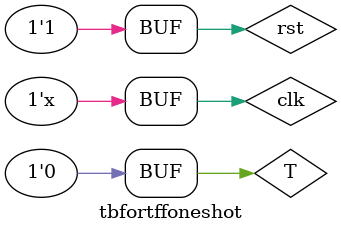
<source format=v>
`timescale 1ns / 1ps

module tbfortffoneshot();

reg clk, rst, T;
wire Q;

tffwithtrigger FF(clk, rst, T, Q);

initial begin
   clk <= 0;
   rst <= 1;
   T <= 0;
   #10 rst <= 0;
   #10 rst <= 1;
   #80 T <= 1;
   #100 T <= 0;
end

always begin
#5 clk <= ~clk;
end
endmodule

</source>
